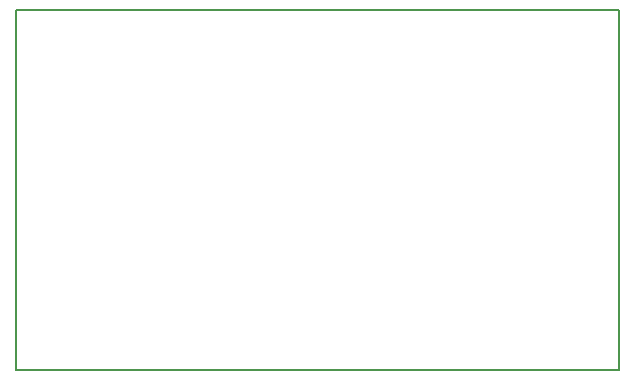
<source format=gm1>
G04 MADE WITH FRITZING*
G04 WWW.FRITZING.ORG*
G04 DOUBLE SIDED*
G04 HOLES PLATED*
G04 CONTOUR ON CENTER OF CONTOUR VECTOR*
%ASAXBY*%
%FSLAX23Y23*%
%MOIN*%
%OFA0B0*%
%SFA1.0B1.0*%
%ADD10C,0.008*%
%LNCONTOUR*%
G90*
G70*
G54D10*
X0Y1200D02*
X0Y1199D01*
X0Y1D01*
X1Y1D01*
X2Y1D01*
X3Y1D01*
X4Y1D01*
X5Y1D01*
X6Y1D01*
X7Y1D01*
X8Y1D01*
X9Y1D01*
X10Y1D01*
X11Y1D01*
X12Y1D01*
X13Y1D01*
X14Y1D01*
X15Y1D01*
X16Y1D01*
X17Y1D01*
X18Y1D01*
X19Y1D01*
X20Y1D01*
X21Y1D01*
X22Y1D01*
X23Y1D01*
X24Y1D01*
X25Y1D01*
X26Y1D01*
X27Y1D01*
X28Y1D01*
X29Y1D01*
X30Y1D01*
X31Y1D01*
X32Y1D01*
X33Y1D01*
X34Y1D01*
X35Y1D01*
X36Y1D01*
X37Y1D01*
X38Y1D01*
X39Y1D01*
X40Y1D01*
X41Y1D01*
X42Y1D01*
X43Y1D01*
X44Y1D01*
X45Y1D01*
X46Y1D01*
X47Y1D01*
X48Y1D01*
X49Y1D01*
X50Y1D01*
X51Y1D01*
X52Y1D01*
X53Y1D01*
X54Y1D01*
X55Y1D01*
X56Y1D01*
X57Y1D01*
X58Y1D01*
X59Y1D01*
X60Y1D01*
X61Y1D01*
X62Y1D01*
X63Y1D01*
X64Y1D01*
X65Y1D01*
X66Y1D01*
X67Y1D01*
X68Y1D01*
X69Y1D01*
X70Y1D01*
X71Y1D01*
X72Y1D01*
X73Y1D01*
X74Y1D01*
X75Y1D01*
X76Y1D01*
X77Y1D01*
X78Y1D01*
X79Y1D01*
X80Y1D01*
X81Y1D01*
X82Y1D01*
X83Y1D01*
X84Y1D01*
X85Y1D01*
X86Y1D01*
X87Y1D01*
X88Y1D01*
X89Y1D01*
X90Y1D01*
X91Y1D01*
X92Y1D01*
X93Y1D01*
X94Y1D01*
X95Y1D01*
X96Y1D01*
X97Y1D01*
X98Y1D01*
X99Y1D01*
X100Y1D01*
X101Y1D01*
X102Y1D01*
X103Y1D01*
X104Y1D01*
X105Y1D01*
X106Y1D01*
X107Y1D01*
X108Y1D01*
X109Y1D01*
X110Y1D01*
X111Y1D01*
X112Y1D01*
X113Y1D01*
X114Y1D01*
X115Y1D01*
X116Y1D01*
X117Y1D01*
X118Y1D01*
X119Y1D01*
X120Y1D01*
X121Y1D01*
X122Y1D01*
X123Y1D01*
X124Y1D01*
X125Y1D01*
X126Y1D01*
X127Y1D01*
X128Y1D01*
X129Y1D01*
X130Y1D01*
X131Y1D01*
X132Y1D01*
X133Y1D01*
X134Y1D01*
X135Y1D01*
X136Y1D01*
X137Y1D01*
X138Y1D01*
X139Y1D01*
X140Y1D01*
X141Y1D01*
X142Y1D01*
X143Y1D01*
X144Y1D01*
X145Y1D01*
X146Y1D01*
X147Y1D01*
X148Y1D01*
X149Y1D01*
X150Y1D01*
X151Y1D01*
X152Y1D01*
X153Y1D01*
X154Y1D01*
X155Y1D01*
X156Y1D01*
X157Y1D01*
X158Y1D01*
X159Y1D01*
X160Y1D01*
X161Y1D01*
X162Y1D01*
X163Y1D01*
X164Y1D01*
X165Y1D01*
X166Y1D01*
X167Y1D01*
X168Y1D01*
X169Y1D01*
X170Y1D01*
X171Y1D01*
X172Y1D01*
X173Y1D01*
X174Y1D01*
X175Y1D01*
X176Y1D01*
X177Y1D01*
X178Y1D01*
X179Y1D01*
X180Y1D01*
X181Y1D01*
X182Y1D01*
X183Y1D01*
X184Y1D01*
X185Y1D01*
X186Y1D01*
X187Y1D01*
X188Y1D01*
X189Y1D01*
X190Y1D01*
X191Y1D01*
X192Y1D01*
X193Y1D01*
X194Y1D01*
X195Y1D01*
X196Y1D01*
X197Y1D01*
X198Y1D01*
X199Y1D01*
X200Y1D01*
X201Y1D01*
X202Y1D01*
X203Y1D01*
X204Y1D01*
X205Y1D01*
X206Y1D01*
X207Y1D01*
X208Y1D01*
X209Y1D01*
X210Y1D01*
X211Y1D01*
X212Y1D01*
X213Y1D01*
X214Y1D01*
X215Y1D01*
X216Y1D01*
X217Y1D01*
X218Y1D01*
X219Y1D01*
X220Y1D01*
X221Y1D01*
X222Y1D01*
X223Y1D01*
X224Y1D01*
X225Y1D01*
X226Y1D01*
X227Y1D01*
X228Y1D01*
X229Y1D01*
X230Y1D01*
X231Y1D01*
X232Y1D01*
X233Y1D01*
X234Y1D01*
X235Y1D01*
X236Y1D01*
X237Y1D01*
X238Y1D01*
X239Y1D01*
X240Y1D01*
X241Y1D01*
X242Y1D01*
X243Y1D01*
X244Y1D01*
X245Y1D01*
X246Y1D01*
X247Y1D01*
X248Y1D01*
X249Y1D01*
X250Y1D01*
X251Y1D01*
X252Y1D01*
X253Y1D01*
X254Y1D01*
X255Y1D01*
X256Y1D01*
X257Y1D01*
X258Y1D01*
X259Y1D01*
X260Y1D01*
X261Y1D01*
X262Y1D01*
X263Y1D01*
X264Y1D01*
X265Y1D01*
X266Y1D01*
X267Y1D01*
X268Y1D01*
X269Y1D01*
X270Y1D01*
X271Y1D01*
X272Y1D01*
X273Y1D01*
X274Y1D01*
X275Y1D01*
X276Y1D01*
X277Y1D01*
X278Y1D01*
X279Y1D01*
X280Y1D01*
X281Y1D01*
X282Y1D01*
X283Y1D01*
X284Y1D01*
X285Y1D01*
X286Y1D01*
X287Y1D01*
X288Y1D01*
X289Y1D01*
X290Y1D01*
X291Y1D01*
X292Y1D01*
X293Y1D01*
X294Y1D01*
X295Y1D01*
X296Y1D01*
X297Y1D01*
X298Y1D01*
X299Y1D01*
X300Y1D01*
X301Y1D01*
X302Y1D01*
X303Y1D01*
X304Y1D01*
X305Y1D01*
X306Y1D01*
X307Y1D01*
X308Y1D01*
X309Y1D01*
X310Y1D01*
X311Y1D01*
X312Y1D01*
X313Y1D01*
X314Y1D01*
X315Y1D01*
X316Y1D01*
X317Y1D01*
X318Y1D01*
X319Y1D01*
X320Y1D01*
X321Y1D01*
X322Y1D01*
X323Y1D01*
X324Y1D01*
X325Y1D01*
X326Y1D01*
X327Y1D01*
X328Y1D01*
X329Y1D01*
X330Y1D01*
X331Y1D01*
X332Y1D01*
X333Y1D01*
X334Y1D01*
X335Y1D01*
X336Y1D01*
X337Y1D01*
X338Y1D01*
X339Y1D01*
X340Y1D01*
X341Y1D01*
X342Y1D01*
X343Y1D01*
X344Y1D01*
X345Y1D01*
X346Y1D01*
X347Y1D01*
X348Y1D01*
X349Y1D01*
X350Y1D01*
X351Y1D01*
X352Y1D01*
X353Y1D01*
X354Y1D01*
X355Y1D01*
X356Y1D01*
X357Y1D01*
X358Y1D01*
X359Y1D01*
X360Y1D01*
X361Y1D01*
X362Y1D01*
X363Y1D01*
X364Y1D01*
X365Y1D01*
X366Y1D01*
X367Y1D01*
X368Y1D01*
X369Y1D01*
X370Y1D01*
X371Y1D01*
X372Y1D01*
X373Y1D01*
X374Y1D01*
X375Y1D01*
X376Y1D01*
X377Y1D01*
X378Y1D01*
X379Y1D01*
X380Y1D01*
X381Y1D01*
X382Y1D01*
X383Y1D01*
X384Y1D01*
X385Y1D01*
X386Y1D01*
X387Y1D01*
X388Y1D01*
X389Y1D01*
X390Y1D01*
X391Y1D01*
X392Y1D01*
X393Y1D01*
X394Y1D01*
X395Y1D01*
X396Y1D01*
X397Y1D01*
X398Y1D01*
X399Y1D01*
X400Y1D01*
X401Y1D01*
X402Y1D01*
X403Y1D01*
X404Y1D01*
X405Y1D01*
X406Y1D01*
X407Y1D01*
X408Y1D01*
X409Y1D01*
X410Y1D01*
X411Y1D01*
X412Y1D01*
X413Y1D01*
X414Y1D01*
X415Y1D01*
X416Y1D01*
X417Y1D01*
X418Y1D01*
X419Y1D01*
X420Y1D01*
X421Y1D01*
X422Y1D01*
X423Y1D01*
X424Y1D01*
X425Y1D01*
X426Y1D01*
X427Y1D01*
X428Y1D01*
X429Y1D01*
X430Y1D01*
X431Y1D01*
X432Y1D01*
X433Y1D01*
X434Y1D01*
X435Y1D01*
X436Y1D01*
X437Y1D01*
X438Y1D01*
X439Y1D01*
X440Y1D01*
X441Y1D01*
X442Y1D01*
X443Y1D01*
X444Y1D01*
X445Y1D01*
X446Y1D01*
X447Y1D01*
X448Y1D01*
X449Y1D01*
X450Y1D01*
X451Y1D01*
X452Y1D01*
X453Y1D01*
X454Y1D01*
X455Y1D01*
X456Y1D01*
X457Y1D01*
X458Y1D01*
X459Y1D01*
X460Y1D01*
X461Y1D01*
X462Y1D01*
X463Y1D01*
X464Y1D01*
X465Y1D01*
X466Y1D01*
X467Y1D01*
X468Y1D01*
X469Y1D01*
X470Y1D01*
X471Y1D01*
X472Y1D01*
X473Y1D01*
X474Y1D01*
X475Y1D01*
X476Y1D01*
X477Y1D01*
X478Y1D01*
X479Y1D01*
X480Y1D01*
X481Y1D01*
X482Y1D01*
X483Y1D01*
X484Y1D01*
X485Y1D01*
X486Y1D01*
X487Y1D01*
X488Y1D01*
X489Y1D01*
X490Y1D01*
X491Y1D01*
X492Y1D01*
X493Y1D01*
X494Y1D01*
X495Y1D01*
X496Y1D01*
X497Y1D01*
X498Y1D01*
X499Y1D01*
X500Y1D01*
X501Y1D01*
X502Y1D01*
X503Y1D01*
X504Y1D01*
X505Y1D01*
X506Y1D01*
X507Y1D01*
X508Y1D01*
X509Y1D01*
X510Y1D01*
X511Y1D01*
X512Y1D01*
X513Y1D01*
X514Y1D01*
X515Y1D01*
X516Y1D01*
X517Y1D01*
X518Y1D01*
X519Y1D01*
X520Y1D01*
X521Y1D01*
X522Y1D01*
X523Y1D01*
X524Y1D01*
X525Y1D01*
X526Y1D01*
X527Y1D01*
X528Y1D01*
X529Y1D01*
X530Y1D01*
X531Y1D01*
X532Y1D01*
X533Y1D01*
X534Y1D01*
X535Y1D01*
X536Y1D01*
X537Y1D01*
X538Y1D01*
X539Y1D01*
X540Y1D01*
X541Y1D01*
X542Y1D01*
X543Y1D01*
X544Y1D01*
X545Y1D01*
X546Y1D01*
X547Y1D01*
X548Y1D01*
X549Y1D01*
X550Y1D01*
X551Y1D01*
X552Y1D01*
X553Y1D01*
X554Y1D01*
X555Y1D01*
X556Y1D01*
X557Y1D01*
X558Y1D01*
X559Y1D01*
X560Y1D01*
X561Y1D01*
X562Y1D01*
X563Y1D01*
X564Y1D01*
X565Y1D01*
X566Y1D01*
X567Y1D01*
X568Y1D01*
X569Y1D01*
X570Y1D01*
X571Y1D01*
X572Y1D01*
X573Y1D01*
X574Y1D01*
X575Y1D01*
X576Y1D01*
X577Y1D01*
X578Y1D01*
X579Y1D01*
X580Y1D01*
X581Y1D01*
X582Y1D01*
X583Y1D01*
X584Y1D01*
X585Y1D01*
X586Y1D01*
X587Y1D01*
X588Y1D01*
X589Y1D01*
X590Y1D01*
X591Y1D01*
X592Y1D01*
X593Y1D01*
X594Y1D01*
X595Y1D01*
X596Y1D01*
X597Y1D01*
X598Y1D01*
X599Y1D01*
X600Y1D01*
X601Y1D01*
X602Y1D01*
X603Y1D01*
X604Y1D01*
X605Y1D01*
X606Y1D01*
X607Y1D01*
X608Y1D01*
X609Y1D01*
X610Y1D01*
X611Y1D01*
X612Y1D01*
X613Y1D01*
X614Y1D01*
X615Y1D01*
X616Y1D01*
X617Y1D01*
X618Y1D01*
X619Y1D01*
X620Y1D01*
X621Y1D01*
X622Y1D01*
X623Y1D01*
X624Y1D01*
X625Y1D01*
X626Y1D01*
X627Y1D01*
X628Y1D01*
X629Y1D01*
X630Y1D01*
X631Y1D01*
X632Y1D01*
X633Y1D01*
X634Y1D01*
X635Y1D01*
X636Y1D01*
X637Y1D01*
X638Y1D01*
X639Y1D01*
X640Y1D01*
X641Y1D01*
X642Y1D01*
X643Y1D01*
X644Y1D01*
X645Y1D01*
X646Y1D01*
X647Y1D01*
X648Y1D01*
X649Y1D01*
X650Y1D01*
X651Y1D01*
X652Y1D01*
X653Y1D01*
X654Y1D01*
X655Y1D01*
X656Y1D01*
X657Y1D01*
X658Y1D01*
X659Y1D01*
X660Y1D01*
X661Y1D01*
X662Y1D01*
X663Y1D01*
X664Y1D01*
X665Y1D01*
X666Y1D01*
X667Y1D01*
X668Y1D01*
X669Y1D01*
X670Y1D01*
X671Y1D01*
X672Y1D01*
X673Y1D01*
X674Y1D01*
X675Y1D01*
X676Y1D01*
X677Y1D01*
X678Y1D01*
X679Y1D01*
X680Y1D01*
X681Y1D01*
X682Y1D01*
X683Y1D01*
X684Y1D01*
X685Y1D01*
X686Y1D01*
X687Y1D01*
X688Y1D01*
X689Y1D01*
X690Y1D01*
X691Y1D01*
X692Y1D01*
X693Y1D01*
X694Y1D01*
X695Y1D01*
X696Y1D01*
X697Y1D01*
X698Y1D01*
X699Y1D01*
X700Y1D01*
X701Y1D01*
X702Y1D01*
X703Y1D01*
X704Y1D01*
X705Y1D01*
X706Y1D01*
X707Y1D01*
X708Y1D01*
X709Y1D01*
X710Y1D01*
X711Y1D01*
X712Y1D01*
X713Y1D01*
X714Y1D01*
X715Y1D01*
X716Y1D01*
X717Y1D01*
X718Y1D01*
X719Y1D01*
X720Y1D01*
X721Y1D01*
X722Y1D01*
X723Y1D01*
X724Y1D01*
X725Y1D01*
X726Y1D01*
X727Y1D01*
X728Y1D01*
X729Y1D01*
X730Y1D01*
X731Y1D01*
X732Y1D01*
X733Y1D01*
X734Y1D01*
X735Y1D01*
X736Y1D01*
X737Y1D01*
X738Y1D01*
X739Y1D01*
X740Y1D01*
X741Y1D01*
X742Y1D01*
X743Y1D01*
X744Y1D01*
X745Y1D01*
X746Y1D01*
X747Y1D01*
X748Y1D01*
X749Y1D01*
X750Y1D01*
X751Y1D01*
X752Y1D01*
X753Y1D01*
X754Y1D01*
X755Y1D01*
X756Y1D01*
X757Y1D01*
X758Y1D01*
X759Y1D01*
X760Y1D01*
X761Y1D01*
X762Y1D01*
X763Y1D01*
X764Y1D01*
X765Y1D01*
X766Y1D01*
X767Y1D01*
X768Y1D01*
X769Y1D01*
X770Y1D01*
X771Y1D01*
X772Y1D01*
X773Y1D01*
X774Y1D01*
X775Y1D01*
X776Y1D01*
X777Y1D01*
X778Y1D01*
X779Y1D01*
X780Y1D01*
X781Y1D01*
X782Y1D01*
X783Y1D01*
X784Y1D01*
X785Y1D01*
X786Y1D01*
X787Y1D01*
X788Y1D01*
X789Y1D01*
X790Y1D01*
X791Y1D01*
X792Y1D01*
X793Y1D01*
X794Y1D01*
X795Y1D01*
X796Y1D01*
X797Y1D01*
X798Y1D01*
X799Y1D01*
X800Y1D01*
X801Y1D01*
X802Y1D01*
X803Y1D01*
X804Y1D01*
X805Y1D01*
X806Y1D01*
X807Y1D01*
X808Y1D01*
X809Y1D01*
X810Y1D01*
X811Y1D01*
X812Y1D01*
X813Y1D01*
X814Y1D01*
X815Y1D01*
X816Y1D01*
X817Y1D01*
X818Y1D01*
X819Y1D01*
X820Y1D01*
X821Y1D01*
X822Y1D01*
X823Y1D01*
X824Y1D01*
X825Y1D01*
X826Y1D01*
X827Y1D01*
X828Y1D01*
X829Y1D01*
X830Y1D01*
X831Y1D01*
X832Y1D01*
X833Y1D01*
X834Y1D01*
X835Y1D01*
X836Y1D01*
X837Y1D01*
X838Y1D01*
X839Y1D01*
X840Y1D01*
X841Y1D01*
X842Y1D01*
X843Y1D01*
X844Y1D01*
X845Y1D01*
X846Y1D01*
X847Y1D01*
X848Y1D01*
X849Y1D01*
X850Y1D01*
X851Y1D01*
X852Y1D01*
X853Y1D01*
X854Y1D01*
X855Y1D01*
X856Y1D01*
X857Y1D01*
X858Y1D01*
X859Y1D01*
X860Y1D01*
X861Y1D01*
X862Y1D01*
X863Y1D01*
X864Y1D01*
X865Y1D01*
X866Y1D01*
X867Y1D01*
X868Y1D01*
X869Y1D01*
X870Y1D01*
X871Y1D01*
X872Y1D01*
X873Y1D01*
X874Y1D01*
X875Y1D01*
X876Y1D01*
X877Y1D01*
X878Y1D01*
X879Y1D01*
X880Y1D01*
X881Y1D01*
X882Y1D01*
X883Y1D01*
X884Y1D01*
X885Y1D01*
X886Y1D01*
X887Y1D01*
X888Y1D01*
X889Y1D01*
X890Y1D01*
X891Y1D01*
X892Y1D01*
X893Y1D01*
X894Y1D01*
X895Y1D01*
X896Y1D01*
X897Y1D01*
X898Y1D01*
X899Y1D01*
X900Y1D01*
X901Y1D01*
X902Y1D01*
X903Y1D01*
X904Y1D01*
X905Y1D01*
X906Y1D01*
X907Y1D01*
X908Y1D01*
X909Y1D01*
X910Y1D01*
X911Y1D01*
X912Y1D01*
X913Y1D01*
X914Y1D01*
X915Y1D01*
X916Y1D01*
X917Y1D01*
X918Y1D01*
X919Y1D01*
X920Y1D01*
X921Y1D01*
X922Y1D01*
X923Y1D01*
X924Y1D01*
X925Y1D01*
X926Y1D01*
X927Y1D01*
X928Y1D01*
X929Y1D01*
X930Y1D01*
X931Y1D01*
X932Y1D01*
X933Y1D01*
X934Y1D01*
X935Y1D01*
X936Y1D01*
X937Y1D01*
X938Y1D01*
X939Y1D01*
X940Y1D01*
X941Y1D01*
X942Y1D01*
X943Y1D01*
X944Y1D01*
X945Y1D01*
X946Y1D01*
X947Y1D01*
X948Y1D01*
X949Y1D01*
X950Y1D01*
X951Y1D01*
X952Y1D01*
X953Y1D01*
X954Y1D01*
X955Y1D01*
X956Y1D01*
X957Y1D01*
X958Y1D01*
X959Y1D01*
X960Y1D01*
X961Y1D01*
X962Y1D01*
X963Y1D01*
X964Y1D01*
X965Y1D01*
X966Y1D01*
X967Y1D01*
X968Y1D01*
X969Y1D01*
X970Y1D01*
X971Y1D01*
X972Y1D01*
X973Y1D01*
X974Y1D01*
X975Y1D01*
X976Y1D01*
X977Y1D01*
X978Y1D01*
X979Y1D01*
X980Y1D01*
X981Y1D01*
X982Y1D01*
X983Y1D01*
X984Y1D01*
X985Y1D01*
X986Y1D01*
X987Y1D01*
X988Y1D01*
X989Y1D01*
X990Y1D01*
X991Y1D01*
X992Y1D01*
X993Y1D01*
X994Y1D01*
X995Y1D01*
X996Y1D01*
X997Y1D01*
X998Y1D01*
X999Y1D01*
X1000Y1D01*
X1001Y1D01*
X1002Y1D01*
X1003Y1D01*
X1004Y1D01*
X1005Y1D01*
X1006Y1D01*
X1007Y1D01*
X1008Y1D01*
X1009Y1D01*
X1010Y1D01*
X1011Y1D01*
X1012Y1D01*
X1013Y1D01*
X1014Y1D01*
X1015Y1D01*
X1016Y1D01*
X1017Y1D01*
X1018Y1D01*
X1019Y1D01*
X1020Y1D01*
X1021Y1D01*
X1022Y1D01*
X1023Y1D01*
X1024Y1D01*
X1025Y1D01*
X1026Y1D01*
X1027Y1D01*
X1028Y1D01*
X1029Y1D01*
X1030Y1D01*
X1031Y1D01*
X1032Y1D01*
X1033Y1D01*
X1034Y1D01*
X1035Y1D01*
X1036Y1D01*
X1037Y1D01*
X1038Y1D01*
X1039Y1D01*
X1040Y1D01*
X1041Y1D01*
X1042Y1D01*
X1043Y1D01*
X1044Y1D01*
X1045Y1D01*
X1046Y1D01*
X1047Y1D01*
X1048Y1D01*
X1049Y1D01*
X1050Y1D01*
X1051Y1D01*
X1052Y1D01*
X1053Y1D01*
X1054Y1D01*
X1055Y1D01*
X1056Y1D01*
X1057Y1D01*
X1058Y1D01*
X1059Y1D01*
X1060Y1D01*
X1061Y1D01*
X1062Y1D01*
X1063Y1D01*
X1064Y1D01*
X1065Y1D01*
X1066Y1D01*
X1067Y1D01*
X1068Y1D01*
X1069Y1D01*
X1070Y1D01*
X1071Y1D01*
X1072Y1D01*
X1073Y1D01*
X1074Y1D01*
X1075Y1D01*
X1076Y1D01*
X1077Y1D01*
X1078Y1D01*
X1079Y1D01*
X1080Y1D01*
X1081Y1D01*
X1082Y1D01*
X1083Y1D01*
X1084Y1D01*
X1085Y1D01*
X1086Y1D01*
X1087Y1D01*
X1088Y1D01*
X1089Y1D01*
X1090Y1D01*
X1091Y1D01*
X1092Y1D01*
X1093Y1D01*
X1094Y1D01*
X1095Y1D01*
X1096Y1D01*
X1097Y1D01*
X1098Y1D01*
X1099Y1D01*
X1100Y1D01*
X1101Y1D01*
X1102Y1D01*
X1103Y1D01*
X1104Y1D01*
X1105Y1D01*
X1106Y1D01*
X1107Y1D01*
X1108Y1D01*
X1109Y1D01*
X1110Y1D01*
X1111Y1D01*
X1112Y1D01*
X1113Y1D01*
X1114Y1D01*
X1115Y1D01*
X1116Y1D01*
X1117Y1D01*
X1118Y1D01*
X1119Y1D01*
X1120Y1D01*
X1121Y1D01*
X1122Y1D01*
X1123Y1D01*
X1124Y1D01*
X1125Y1D01*
X1126Y1D01*
X1127Y1D01*
X1128Y1D01*
X1129Y1D01*
X1130Y1D01*
X1131Y1D01*
X1132Y1D01*
X1133Y1D01*
X1134Y1D01*
X1135Y1D01*
X1136Y1D01*
X1137Y1D01*
X1138Y1D01*
X1139Y1D01*
X1140Y1D01*
X1141Y1D01*
X1142Y1D01*
X1143Y1D01*
X1144Y1D01*
X1145Y1D01*
X1146Y1D01*
X1147Y1D01*
X1148Y1D01*
X1149Y1D01*
X1150Y1D01*
X1151Y1D01*
X1152Y1D01*
X1153Y1D01*
X1154Y1D01*
X1155Y1D01*
X1156Y1D01*
X1157Y1D01*
X1158Y1D01*
X1159Y1D01*
X1160Y1D01*
X1161Y1D01*
X1162Y1D01*
X1163Y1D01*
X1164Y1D01*
X1165Y1D01*
X1166Y1D01*
X1167Y1D01*
X1168Y1D01*
X1169Y1D01*
X1170Y1D01*
X1171Y1D01*
X1172Y1D01*
X1173Y1D01*
X1174Y1D01*
X1175Y1D01*
X1176Y1D01*
X1177Y1D01*
X1178Y1D01*
X1179Y1D01*
X1180Y1D01*
X1181Y1D01*
X1182Y1D01*
X1183Y1D01*
X1184Y1D01*
X1185Y1D01*
X1186Y1D01*
X1187Y1D01*
X1188Y1D01*
X1189Y1D01*
X1190Y1D01*
X1191Y1D01*
X1192Y1D01*
X1193Y1D01*
X1194Y1D01*
X1195Y1D01*
X1196Y1D01*
X1197Y1D01*
X1198Y1D01*
X1199Y1D01*
X1200Y1D01*
X1201Y1D01*
X1202Y1D01*
X1203Y1D01*
X1204Y1D01*
X1205Y1D01*
X1206Y1D01*
X1207Y1D01*
X1208Y1D01*
X1209Y1D01*
X1210Y1D01*
X1211Y1D01*
X1212Y1D01*
X1213Y1D01*
X1214Y1D01*
X1215Y1D01*
X1216Y1D01*
X1217Y1D01*
X1218Y1D01*
X1219Y1D01*
X1220Y1D01*
X1221Y1D01*
X1222Y1D01*
X1223Y1D01*
X1224Y1D01*
X1225Y1D01*
X1226Y1D01*
X1227Y1D01*
X1228Y1D01*
X1229Y1D01*
X1230Y1D01*
X1231Y1D01*
X1232Y1D01*
X1233Y1D01*
X1234Y1D01*
X1235Y1D01*
X1236Y1D01*
X1237Y1D01*
X1238Y1D01*
X1239Y1D01*
X1240Y1D01*
X1241Y1D01*
X1242Y1D01*
X1243Y1D01*
X1244Y1D01*
X1245Y1D01*
X1246Y1D01*
X1247Y1D01*
X1248Y1D01*
X1249Y1D01*
X1250Y1D01*
X1251Y1D01*
X1252Y1D01*
X1253Y1D01*
X1254Y1D01*
X1255Y1D01*
X1256Y1D01*
X1257Y1D01*
X1258Y1D01*
X1259Y1D01*
X1260Y1D01*
X1261Y1D01*
X1262Y1D01*
X1263Y1D01*
X1264Y1D01*
X1265Y1D01*
X1266Y1D01*
X1267Y1D01*
X1268Y1D01*
X1269Y1D01*
X1270Y1D01*
X1271Y1D01*
X1272Y1D01*
X1273Y1D01*
X1274Y1D01*
X1275Y1D01*
X1276Y1D01*
X1277Y1D01*
X1278Y1D01*
X1279Y1D01*
X1280Y1D01*
X1281Y1D01*
X1282Y1D01*
X1283Y1D01*
X1284Y1D01*
X1285Y1D01*
X1286Y1D01*
X1287Y1D01*
X1288Y1D01*
X1289Y1D01*
X1290Y1D01*
X1291Y1D01*
X1292Y1D01*
X1293Y1D01*
X1294Y1D01*
X1295Y1D01*
X1296Y1D01*
X1297Y1D01*
X1298Y1D01*
X1299Y1D01*
X1300Y1D01*
X1301Y1D01*
X1302Y1D01*
X1303Y1D01*
X1304Y1D01*
X1305Y1D01*
X1306Y1D01*
X1307Y1D01*
X1308Y1D01*
X1309Y1D01*
X1310Y1D01*
X1311Y1D01*
X1312Y1D01*
X1313Y1D01*
X1314Y1D01*
X1315Y1D01*
X1316Y1D01*
X1317Y1D01*
X1318Y1D01*
X1319Y1D01*
X1320Y1D01*
X1321Y1D01*
X1322Y1D01*
X1323Y1D01*
X1324Y1D01*
X1325Y1D01*
X1326Y1D01*
X1327Y1D01*
X1328Y1D01*
X1329Y1D01*
X1330Y1D01*
X1331Y1D01*
X1332Y1D01*
X1333Y1D01*
X1334Y1D01*
X1335Y1D01*
X1336Y1D01*
X1337Y1D01*
X1338Y1D01*
X1339Y1D01*
X1340Y1D01*
X1341Y1D01*
X1342Y1D01*
X1343Y1D01*
X1344Y1D01*
X1345Y1D01*
X1346Y1D01*
X1347Y1D01*
X1348Y1D01*
X1349Y1D01*
X1350Y1D01*
X1351Y1D01*
X1352Y1D01*
X1353Y1D01*
X1354Y1D01*
X1355Y1D01*
X1356Y1D01*
X1357Y1D01*
X1358Y1D01*
X1359Y1D01*
X1360Y1D01*
X1361Y1D01*
X1362Y1D01*
X1363Y1D01*
X1364Y1D01*
X1365Y1D01*
X1366Y1D01*
X1367Y1D01*
X1368Y1D01*
X1369Y1D01*
X1370Y1D01*
X1371Y1D01*
X1372Y1D01*
X1373Y1D01*
X1374Y1D01*
X1375Y1D01*
X1376Y1D01*
X1377Y1D01*
X1378Y1D01*
X1379Y1D01*
X1380Y1D01*
X1381Y1D01*
X1382Y1D01*
X1383Y1D01*
X1384Y1D01*
X1385Y1D01*
X1386Y1D01*
X1387Y1D01*
X1388Y1D01*
X1389Y1D01*
X1390Y1D01*
X1391Y1D01*
X1392Y1D01*
X1393Y1D01*
X1394Y1D01*
X1395Y1D01*
X1396Y1D01*
X1397Y1D01*
X1398Y1D01*
X1399Y1D01*
X1400Y1D01*
X1401Y1D01*
X1402Y1D01*
X1403Y1D01*
X1404Y1D01*
X1405Y1D01*
X1406Y1D01*
X1407Y1D01*
X1408Y1D01*
X1409Y1D01*
X1410Y1D01*
X1411Y1D01*
X1412Y1D01*
X1413Y1D01*
X1414Y1D01*
X1415Y1D01*
X1416Y1D01*
X1417Y1D01*
X1418Y1D01*
X1419Y1D01*
X1420Y1D01*
X1421Y1D01*
X1422Y1D01*
X1423Y1D01*
X1424Y1D01*
X1425Y1D01*
X1426Y1D01*
X1427Y1D01*
X1428Y1D01*
X1429Y1D01*
X1430Y1D01*
X1431Y1D01*
X1432Y1D01*
X1433Y1D01*
X1434Y1D01*
X1435Y1D01*
X1436Y1D01*
X1437Y1D01*
X1438Y1D01*
X1439Y1D01*
X1440Y1D01*
X1441Y1D01*
X1442Y1D01*
X1443Y1D01*
X1444Y1D01*
X1445Y1D01*
X1446Y1D01*
X1447Y1D01*
X1448Y1D01*
X1449Y1D01*
X1450Y1D01*
X1451Y1D01*
X1452Y1D01*
X1453Y1D01*
X1454Y1D01*
X1455Y1D01*
X1456Y1D01*
X1457Y1D01*
X1458Y1D01*
X1459Y1D01*
X1460Y1D01*
X1461Y1D01*
X1462Y1D01*
X1463Y1D01*
X1464Y1D01*
X1465Y1D01*
X1466Y1D01*
X1467Y1D01*
X1468Y1D01*
X1469Y1D01*
X1470Y1D01*
X1471Y1D01*
X1472Y1D01*
X1473Y1D01*
X1474Y1D01*
X1475Y1D01*
X1476Y1D01*
X1477Y1D01*
X1478Y1D01*
X1479Y1D01*
X1480Y1D01*
X1481Y1D01*
X1482Y1D01*
X1483Y1D01*
X1484Y1D01*
X1485Y1D01*
X1486Y1D01*
X1487Y1D01*
X1488Y1D01*
X1489Y1D01*
X1490Y1D01*
X1491Y1D01*
X1492Y1D01*
X1493Y1D01*
X1494Y1D01*
X1495Y1D01*
X1496Y1D01*
X1497Y1D01*
X1498Y1D01*
X1499Y1D01*
X1500Y1D01*
X1501Y1D01*
X1502Y1D01*
X1503Y1D01*
X1504Y1D01*
X1505Y1D01*
X1506Y1D01*
X1507Y1D01*
X1508Y1D01*
X1509Y1D01*
X1510Y1D01*
X1511Y1D01*
X1512Y1D01*
X1513Y1D01*
X1514Y1D01*
X1515Y1D01*
X1516Y1D01*
X1517Y1D01*
X1518Y1D01*
X1519Y1D01*
X1520Y1D01*
X1521Y1D01*
X1522Y1D01*
X1523Y1D01*
X1524Y1D01*
X1525Y1D01*
X1526Y1D01*
X1527Y1D01*
X1528Y1D01*
X1529Y1D01*
X1530Y1D01*
X1531Y1D01*
X1532Y1D01*
X1533Y1D01*
X1534Y1D01*
X1535Y1D01*
X1536Y1D01*
X1537Y1D01*
X1538Y1D01*
X1539Y1D01*
X1540Y1D01*
X1541Y1D01*
X1542Y1D01*
X1543Y1D01*
X1544Y1D01*
X1545Y1D01*
X1546Y1D01*
X1547Y1D01*
X1548Y1D01*
X1549Y1D01*
X1550Y1D01*
X1551Y1D01*
X1552Y1D01*
X1553Y1D01*
X1554Y1D01*
X1555Y1D01*
X1556Y1D01*
X1557Y1D01*
X1558Y1D01*
X1559Y1D01*
X1560Y1D01*
X1561Y1D01*
X1562Y1D01*
X1563Y1D01*
X1564Y1D01*
X1565Y1D01*
X1566Y1D01*
X1567Y1D01*
X1568Y1D01*
X1569Y1D01*
X1570Y1D01*
X1571Y1D01*
X1572Y1D01*
X1573Y1D01*
X1574Y1D01*
X1575Y1D01*
X1576Y1D01*
X1577Y1D01*
X1578Y1D01*
X1579Y1D01*
X1580Y1D01*
X1581Y1D01*
X1582Y1D01*
X1583Y1D01*
X1584Y1D01*
X1585Y1D01*
X1586Y1D01*
X1587Y1D01*
X1588Y1D01*
X1589Y1D01*
X1590Y1D01*
X1591Y1D01*
X1592Y1D01*
X1593Y1D01*
X1594Y1D01*
X1595Y1D01*
X1596Y1D01*
X1597Y1D01*
X1598Y1D01*
X1599Y1D01*
X1600Y1D01*
X1601Y1D01*
X1602Y1D01*
X1603Y1D01*
X1604Y1D01*
X1605Y1D01*
X1606Y1D01*
X1607Y1D01*
X1608Y1D01*
X1609Y1D01*
X1610Y1D01*
X1611Y1D01*
X1612Y1D01*
X1613Y1D01*
X1614Y1D01*
X1615Y1D01*
X1616Y1D01*
X1617Y1D01*
X1618Y1D01*
X1619Y1D01*
X1620Y1D01*
X1621Y1D01*
X1622Y1D01*
X1623Y1D01*
X1624Y1D01*
X1625Y1D01*
X1626Y1D01*
X1627Y1D01*
X1628Y1D01*
X1629Y1D01*
X1630Y1D01*
X1631Y1D01*
X1632Y1D01*
X1633Y1D01*
X1634Y1D01*
X1635Y1D01*
X1636Y1D01*
X1637Y1D01*
X1638Y1D01*
X1639Y1D01*
X1640Y1D01*
X1641Y1D01*
X1642Y1D01*
X1643Y1D01*
X1644Y1D01*
X1645Y1D01*
X1646Y1D01*
X1647Y1D01*
X1648Y1D01*
X1649Y1D01*
X1650Y1D01*
X1651Y1D01*
X1652Y1D01*
X1653Y1D01*
X1654Y1D01*
X1655Y1D01*
X1656Y1D01*
X1657Y1D01*
X1658Y1D01*
X1659Y1D01*
X1660Y1D01*
X1661Y1D01*
X1662Y1D01*
X1663Y1D01*
X1664Y1D01*
X1665Y1D01*
X1666Y1D01*
X1667Y1D01*
X1668Y1D01*
X1669Y1D01*
X1670Y1D01*
X1671Y1D01*
X1672Y1D01*
X1673Y1D01*
X1674Y1D01*
X1675Y1D01*
X1676Y1D01*
X1677Y1D01*
X1678Y1D01*
X1679Y1D01*
X1680Y1D01*
X1681Y1D01*
X1682Y1D01*
X1683Y1D01*
X1684Y1D01*
X1685Y1D01*
X1686Y1D01*
X1687Y1D01*
X1688Y1D01*
X1689Y1D01*
X1690Y1D01*
X1691Y1D01*
X1692Y1D01*
X1693Y1D01*
X1694Y1D01*
X1695Y1D01*
X1696Y1D01*
X1697Y1D01*
X1698Y1D01*
X1699Y1D01*
X1700Y1D01*
X1701Y1D01*
X1702Y1D01*
X1703Y1D01*
X1704Y1D01*
X1705Y1D01*
X1706Y1D01*
X1707Y1D01*
X1708Y1D01*
X1709Y1D01*
X1710Y1D01*
X1711Y1D01*
X1712Y1D01*
X1713Y1D01*
X1714Y1D01*
X1715Y1D01*
X1716Y1D01*
X1717Y1D01*
X1718Y1D01*
X1719Y1D01*
X1720Y1D01*
X1721Y1D01*
X1722Y1D01*
X1723Y1D01*
X1724Y1D01*
X1725Y1D01*
X1726Y1D01*
X1727Y1D01*
X1728Y1D01*
X1729Y1D01*
X1730Y1D01*
X1731Y1D01*
X1732Y1D01*
X1733Y1D01*
X1734Y1D01*
X1735Y1D01*
X1736Y1D01*
X1737Y1D01*
X1738Y1D01*
X1739Y1D01*
X1740Y1D01*
X1741Y1D01*
X1742Y1D01*
X1743Y1D01*
X1744Y1D01*
X1745Y1D01*
X1746Y1D01*
X1747Y1D01*
X1748Y1D01*
X1749Y1D01*
X1750Y1D01*
X1751Y1D01*
X1752Y1D01*
X1753Y1D01*
X1754Y1D01*
X1755Y1D01*
X1756Y1D01*
X1757Y1D01*
X1758Y1D01*
X1759Y1D01*
X1760Y1D01*
X1761Y1D01*
X1762Y1D01*
X1763Y1D01*
X1764Y1D01*
X1765Y1D01*
X1766Y1D01*
X1767Y1D01*
X1768Y1D01*
X1769Y1D01*
X1770Y1D01*
X1771Y1D01*
X1772Y1D01*
X1773Y1D01*
X1774Y1D01*
X1775Y1D01*
X1776Y1D01*
X1777Y1D01*
X1778Y1D01*
X1779Y1D01*
X1780Y1D01*
X1781Y1D01*
X1782Y1D01*
X1783Y1D01*
X1784Y1D01*
X1785Y1D01*
X1786Y1D01*
X1787Y1D01*
X1788Y1D01*
X1789Y1D01*
X1790Y1D01*
X1791Y1D01*
X1792Y1D01*
X1793Y1D01*
X1794Y1D01*
X1795Y1D01*
X1796Y1D01*
X1797Y1D01*
X1798Y1D01*
X1799Y1D01*
X1800Y1D01*
X1801Y1D01*
X1802Y1D01*
X1803Y1D01*
X1804Y1D01*
X1805Y1D01*
X1806Y1D01*
X1807Y1D01*
X1808Y1D01*
X1809Y1D01*
X1810Y1D01*
X1811Y1D01*
X1812Y1D01*
X1813Y1D01*
X1814Y1D01*
X1815Y1D01*
X1816Y1D01*
X1817Y1D01*
X1818Y1D01*
X1819Y1D01*
X1820Y1D01*
X1821Y1D01*
X1822Y1D01*
X1823Y1D01*
X1824Y1D01*
X1825Y1D01*
X1826Y1D01*
X1827Y1D01*
X1828Y1D01*
X1829Y1D01*
X1830Y1D01*
X1831Y1D01*
X1832Y1D01*
X1833Y1D01*
X1834Y1D01*
X1835Y1D01*
X1836Y1D01*
X1837Y1D01*
X1838Y1D01*
X1839Y1D01*
X1840Y1D01*
X1841Y1D01*
X1842Y1D01*
X1843Y1D01*
X1844Y1D01*
X1845Y1D01*
X1846Y1D01*
X1847Y1D01*
X1848Y1D01*
X1849Y1D01*
X1850Y1D01*
X1851Y1D01*
X1852Y1D01*
X1853Y1D01*
X1854Y1D01*
X1855Y1D01*
X1856Y1D01*
X1857Y1D01*
X1858Y1D01*
X1859Y1D01*
X1860Y1D01*
X1861Y1D01*
X1862Y1D01*
X1863Y1D01*
X1864Y1D01*
X1865Y1D01*
X1866Y1D01*
X1867Y1D01*
X1868Y1D01*
X1869Y1D01*
X1870Y1D01*
X1871Y1D01*
X1872Y1D01*
X1873Y1D01*
X1874Y1D01*
X1875Y1D01*
X1876Y1D01*
X1877Y1D01*
X1878Y1D01*
X1879Y1D01*
X1880Y1D01*
X1881Y1D01*
X1882Y1D01*
X1883Y1D01*
X1884Y1D01*
X1885Y1D01*
X1886Y1D01*
X1887Y1D01*
X1888Y1D01*
X1889Y1D01*
X1890Y1D01*
X1891Y1D01*
X1892Y1D01*
X1893Y1D01*
X1894Y1D01*
X1895Y1D01*
X1896Y1D01*
X1897Y1D01*
X1898Y1D01*
X1899Y1D01*
X1900Y1D01*
X1901Y1D01*
X1902Y1D01*
X1903Y1D01*
X1904Y1D01*
X1905Y1D01*
X1906Y1D01*
X1907Y1D01*
X1908Y1D01*
X1909Y1D01*
X1910Y1D01*
X1911Y1D01*
X1912Y1D01*
X1913Y1D01*
X1914Y1D01*
X1915Y1D01*
X1916Y1D01*
X1917Y1D01*
X1918Y1D01*
X1919Y1D01*
X1920Y1D01*
X1921Y1D01*
X1922Y1D01*
X1923Y1D01*
X1924Y1D01*
X1925Y1D01*
X1926Y1D01*
X1927Y1D01*
X1928Y1D01*
X1929Y1D01*
X1930Y1D01*
X1931Y1D01*
X1932Y1D01*
X1933Y1D01*
X1934Y1D01*
X1935Y1D01*
X1936Y1D01*
X1937Y1D01*
X1938Y1D01*
X1939Y1D01*
X1940Y1D01*
X1941Y1D01*
X1942Y1D01*
X1943Y1D01*
X1944Y1D01*
X1945Y1D01*
X1946Y1D01*
X1947Y1D01*
X1948Y1D01*
X1949Y1D01*
X1950Y1D01*
X1951Y1D01*
X1952Y1D01*
X1953Y1D01*
X1954Y1D01*
X1955Y1D01*
X1956Y1D01*
X1957Y1D01*
X1958Y1D01*
X1959Y1D01*
X1960Y1D01*
X1961Y1D01*
X1962Y1D01*
X1963Y1D01*
X1964Y1D01*
X1965Y1D01*
X1966Y1D01*
X1967Y1D01*
X1968Y1D01*
X1969Y1D01*
X1970Y1D01*
X1971Y1D01*
X1972Y1D01*
X1973Y1D01*
X1974Y1D01*
X1975Y1D01*
X1976Y1D01*
X1977Y1D01*
X1978Y1D01*
X1979Y1D01*
X1980Y1D01*
X1981Y1D01*
X1982Y1D01*
X1983Y1D01*
X1984Y1D01*
X1985Y1D01*
X1986Y1D01*
X1987Y1D01*
X1988Y1D01*
X1989Y1D01*
X1990Y1D01*
X1991Y1D01*
X1992Y1D01*
X1993Y1D01*
X1994Y1D01*
X1995Y1D01*
X1996Y1D01*
X1997Y1D01*
X1998Y1D01*
X1999Y1D01*
X2000Y1D01*
X2001Y1D01*
X2002Y1D01*
X2003Y1D01*
X2004Y1D01*
X2005Y1D01*
X2006Y1D01*
X2007Y1D01*
X2008Y1D01*
X2009Y1D01*
X2010Y1D01*
X2010Y1200D01*
X2009Y1200D01*
X2008Y1200D01*
X2007Y1200D01*
X2006Y1200D01*
X2005Y1200D01*
X2004Y1200D01*
X2003Y1200D01*
X2002Y1200D01*
X2001Y1200D01*
X2000Y1200D01*
X1999Y1200D01*
X1998Y1200D01*
X1997Y1200D01*
X1996Y1200D01*
X1995Y1200D01*
X1994Y1200D01*
X1993Y1200D01*
X1992Y1200D01*
X1991Y1200D01*
X1990Y1200D01*
X1989Y1200D01*
X1988Y1200D01*
X1987Y1200D01*
X1986Y1200D01*
X1985Y1200D01*
X1984Y1200D01*
X1983Y1200D01*
X1982Y1200D01*
X1981Y1200D01*
X1980Y1200D01*
X1979Y1200D01*
X1978Y1200D01*
X1977Y1200D01*
X1976Y1200D01*
X1975Y1200D01*
X1974Y1200D01*
X1973Y1200D01*
X1972Y1200D01*
X1971Y1200D01*
X1970Y1200D01*
X1969Y1200D01*
X1968Y1200D01*
X1967Y1200D01*
X1966Y1200D01*
X1965Y1200D01*
X1964Y1200D01*
X1963Y1200D01*
X1962Y1200D01*
X1961Y1200D01*
X1960Y1200D01*
X1959Y1200D01*
X1958Y1200D01*
X1957Y1200D01*
X1956Y1200D01*
X1955Y1200D01*
X1954Y1200D01*
X1953Y1200D01*
X1952Y1200D01*
X1951Y1200D01*
X1950Y1200D01*
X1949Y1200D01*
X1948Y1200D01*
X1947Y1200D01*
X1946Y1200D01*
X1945Y1200D01*
X1944Y1200D01*
X1943Y1200D01*
X1942Y1200D01*
X1941Y1200D01*
X1940Y1200D01*
X1939Y1200D01*
X1938Y1200D01*
X1937Y1200D01*
X1936Y1200D01*
X1935Y1200D01*
X1934Y1200D01*
X1933Y1200D01*
X1932Y1200D01*
X1931Y1200D01*
X1930Y1200D01*
X1929Y1200D01*
X1928Y1200D01*
X1927Y1200D01*
X1926Y1200D01*
X1925Y1200D01*
X1924Y1200D01*
X1923Y1200D01*
X1922Y1200D01*
X1921Y1200D01*
X1920Y1200D01*
X1919Y1200D01*
X1918Y1200D01*
X1917Y1200D01*
X1916Y1200D01*
X1915Y1200D01*
X1914Y1200D01*
X1913Y1200D01*
X1912Y1200D01*
X1911Y1200D01*
X1910Y1200D01*
X1909Y1200D01*
X1908Y1200D01*
X1907Y1200D01*
X1906Y1200D01*
X1905Y1200D01*
X1904Y1200D01*
X1903Y1200D01*
X1902Y1200D01*
X1901Y1200D01*
X1900Y1200D01*
X1899Y1200D01*
X1898Y1200D01*
X1897Y1200D01*
X1896Y1200D01*
X1895Y1200D01*
X1894Y1200D01*
X1893Y1200D01*
X1892Y1200D01*
X1891Y1200D01*
X1890Y1200D01*
X1889Y1200D01*
X1888Y1200D01*
X1887Y1200D01*
X1886Y1200D01*
X1885Y1200D01*
X1884Y1200D01*
X1883Y1200D01*
X1882Y1200D01*
X1881Y1200D01*
X1880Y1200D01*
X1879Y1200D01*
X1878Y1200D01*
X1877Y1200D01*
X1876Y1200D01*
X1875Y1200D01*
X1874Y1200D01*
X1873Y1200D01*
X1872Y1200D01*
X1871Y1200D01*
X1870Y1200D01*
X1869Y1200D01*
X1868Y1200D01*
X1867Y1200D01*
X1866Y1200D01*
X1865Y1200D01*
X1864Y1200D01*
X1863Y1200D01*
X1862Y1200D01*
X1861Y1200D01*
X1860Y1200D01*
X1859Y1200D01*
X1858Y1200D01*
X1857Y1200D01*
X1856Y1200D01*
X1855Y1200D01*
X1854Y1200D01*
X1853Y1200D01*
X1852Y1200D01*
X1851Y1200D01*
X1850Y1200D01*
X1849Y1200D01*
X1848Y1200D01*
X1847Y1200D01*
X1846Y1200D01*
X1845Y1200D01*
X1844Y1200D01*
X1843Y1200D01*
X1842Y1200D01*
X1841Y1200D01*
X1840Y1200D01*
X1839Y1200D01*
X1838Y1200D01*
X1837Y1200D01*
X1836Y1200D01*
X1835Y1200D01*
X1834Y1200D01*
X1833Y1200D01*
X1832Y1200D01*
X1831Y1200D01*
X1830Y1200D01*
X1829Y1200D01*
X1828Y1200D01*
X1827Y1200D01*
X1826Y1200D01*
X1825Y1200D01*
X1824Y1200D01*
X1823Y1200D01*
X1822Y1200D01*
X1821Y1200D01*
X1820Y1200D01*
X1819Y1200D01*
X1818Y1200D01*
X1817Y1200D01*
X1816Y1200D01*
X1815Y1200D01*
X1814Y1200D01*
X1813Y1200D01*
X1812Y1200D01*
X1811Y1200D01*
X1810Y1200D01*
X1809Y1200D01*
X1808Y1200D01*
X1807Y1200D01*
X1806Y1200D01*
X1805Y1200D01*
X1804Y1200D01*
X1803Y1200D01*
X1802Y1200D01*
X1801Y1200D01*
X1800Y1200D01*
X1799Y1200D01*
X1798Y1200D01*
X1797Y1200D01*
X1796Y1200D01*
X1795Y1200D01*
X1794Y1200D01*
X1793Y1200D01*
X1792Y1200D01*
X1791Y1200D01*
X1790Y1200D01*
X1789Y1200D01*
X1788Y1200D01*
X1787Y1200D01*
X1786Y1200D01*
X1785Y1200D01*
X1784Y1200D01*
X1783Y1200D01*
X1782Y1200D01*
X1781Y1200D01*
X1780Y1200D01*
X1779Y1200D01*
X1778Y1200D01*
X1777Y1200D01*
X1776Y1200D01*
X1775Y1200D01*
X1774Y1200D01*
X1773Y1200D01*
X1772Y1200D01*
X1771Y1200D01*
X1770Y1200D01*
X1769Y1200D01*
X1768Y1200D01*
X1767Y1200D01*
X1766Y1200D01*
X1765Y1200D01*
X1764Y1200D01*
X1763Y1200D01*
X1762Y1200D01*
X1761Y1200D01*
X1760Y1200D01*
X1759Y1200D01*
X1758Y1200D01*
X1757Y1200D01*
X1756Y1200D01*
X1755Y1200D01*
X1754Y1200D01*
X1753Y1200D01*
X1752Y1200D01*
X1751Y1200D01*
X1750Y1200D01*
X1749Y1200D01*
X1748Y1200D01*
X1747Y1200D01*
X1746Y1200D01*
X1745Y1200D01*
X1744Y1200D01*
X1743Y1200D01*
X1742Y1200D01*
X1741Y1200D01*
X1740Y1200D01*
X1739Y1200D01*
X1738Y1200D01*
X1737Y1200D01*
X1736Y1200D01*
X1735Y1200D01*
X1734Y1200D01*
X1733Y1200D01*
X1732Y1200D01*
X1731Y1200D01*
X1730Y1200D01*
X1729Y1200D01*
X1728Y1200D01*
X1727Y1200D01*
X1726Y1200D01*
X1725Y1200D01*
X1724Y1200D01*
X1723Y1200D01*
X1722Y1200D01*
X1721Y1200D01*
X1720Y1200D01*
X1719Y1200D01*
X1718Y1200D01*
X1717Y1200D01*
X1716Y1200D01*
X1715Y1200D01*
X1714Y1200D01*
X1713Y1200D01*
X1712Y1200D01*
X1711Y1200D01*
X1710Y1200D01*
X1709Y1200D01*
X1708Y1200D01*
X1707Y1200D01*
X1706Y1200D01*
X1705Y1200D01*
X1704Y1200D01*
X1703Y1200D01*
X1702Y1200D01*
X1701Y1200D01*
X1700Y1200D01*
X1699Y1200D01*
X1698Y1200D01*
X1697Y1200D01*
X1696Y1200D01*
X1695Y1200D01*
X1694Y1200D01*
X1693Y1200D01*
X1692Y1200D01*
X1691Y1200D01*
X1690Y1200D01*
X1689Y1200D01*
X1688Y1200D01*
X1687Y1200D01*
X1686Y1200D01*
X1685Y1200D01*
X1684Y1200D01*
X1683Y1200D01*
X1682Y1200D01*
X1681Y1200D01*
X1680Y1200D01*
X1679Y1200D01*
X1678Y1200D01*
X1677Y1200D01*
X1676Y1200D01*
X1675Y1200D01*
X1674Y1200D01*
X1673Y1200D01*
X1672Y1200D01*
X1671Y1200D01*
X1670Y1200D01*
X1669Y1200D01*
X1668Y1200D01*
X1667Y1200D01*
X1666Y1200D01*
X1665Y1200D01*
X1664Y1200D01*
X1663Y1200D01*
X1662Y1200D01*
X1661Y1200D01*
X1660Y1200D01*
X1659Y1200D01*
X1658Y1200D01*
X1657Y1200D01*
X1656Y1200D01*
X1655Y1200D01*
X1654Y1200D01*
X1653Y1200D01*
X1652Y1200D01*
X1651Y1200D01*
X1650Y1200D01*
X1649Y1200D01*
X1648Y1200D01*
X1647Y1200D01*
X1646Y1200D01*
X1645Y1200D01*
X1644Y1200D01*
X1643Y1200D01*
X1642Y1200D01*
X1641Y1200D01*
X1640Y1200D01*
X1639Y1200D01*
X1638Y1200D01*
X1637Y1200D01*
X1636Y1200D01*
X1635Y1200D01*
X1634Y1200D01*
X1633Y1200D01*
X1632Y1200D01*
X1631Y1200D01*
X1630Y1200D01*
X1629Y1200D01*
X1628Y1200D01*
X1627Y1200D01*
X1626Y1200D01*
X1625Y1200D01*
X1624Y1200D01*
X1623Y1200D01*
X1622Y1200D01*
X1621Y1200D01*
X1620Y1200D01*
X1619Y1200D01*
X1618Y1200D01*
X1617Y1200D01*
X1616Y1200D01*
X1615Y1200D01*
X1614Y1200D01*
X1613Y1200D01*
X1612Y1200D01*
X1611Y1200D01*
X1610Y1200D01*
X1609Y1200D01*
X1608Y1200D01*
X1607Y1200D01*
X1606Y1200D01*
X1605Y1200D01*
X1604Y1200D01*
X1603Y1200D01*
X1602Y1200D01*
X1601Y1200D01*
X1600Y1200D01*
X1599Y1200D01*
X1598Y1200D01*
X1597Y1200D01*
X1596Y1200D01*
X1595Y1200D01*
X1594Y1200D01*
X1593Y1200D01*
X1592Y1200D01*
X1591Y1200D01*
X1590Y1200D01*
X1589Y1200D01*
X1588Y1200D01*
X1587Y1200D01*
X1586Y1200D01*
X1585Y1200D01*
X1584Y1200D01*
X1583Y1200D01*
X1582Y1200D01*
X1581Y1200D01*
X1580Y1200D01*
X1579Y1200D01*
X1578Y1200D01*
X1577Y1200D01*
X1576Y1200D01*
X1575Y1200D01*
X1574Y1200D01*
X1573Y1200D01*
X1572Y1200D01*
X1571Y1200D01*
X1570Y1200D01*
X1569Y1200D01*
X1568Y1200D01*
X1567Y1200D01*
X1566Y1200D01*
X1565Y1200D01*
X1564Y1200D01*
X1563Y1200D01*
X1562Y1200D01*
X1561Y1200D01*
X1560Y1200D01*
X1559Y1200D01*
X1558Y1200D01*
X1557Y1200D01*
X1556Y1200D01*
X1555Y1200D01*
X1554Y1200D01*
X1553Y1200D01*
X1552Y1200D01*
X1551Y1200D01*
X1550Y1200D01*
X1549Y1200D01*
X1548Y1200D01*
X1547Y1200D01*
X1546Y1200D01*
X1545Y1200D01*
X1544Y1200D01*
X1543Y1200D01*
X1542Y1200D01*
X1541Y1200D01*
X1540Y1200D01*
X1539Y1200D01*
X1538Y1200D01*
X1537Y1200D01*
X1536Y1200D01*
X1535Y1200D01*
X1534Y1200D01*
X1533Y1200D01*
X1532Y1200D01*
X1531Y1200D01*
X1530Y1200D01*
X1529Y1200D01*
X1528Y1200D01*
X1527Y1200D01*
X1526Y1200D01*
X1525Y1200D01*
X1524Y1200D01*
X1523Y1200D01*
X1522Y1200D01*
X1521Y1200D01*
X1520Y1200D01*
X1519Y1200D01*
X1518Y1200D01*
X1517Y1200D01*
X1516Y1200D01*
X1515Y1200D01*
X1514Y1200D01*
X1513Y1200D01*
X1512Y1200D01*
X1511Y1200D01*
X1510Y1200D01*
X1509Y1200D01*
X1508Y1200D01*
X1507Y1200D01*
X1506Y1200D01*
X1505Y1200D01*
X1504Y1200D01*
X1503Y1200D01*
X1502Y1200D01*
X1501Y1200D01*
X1500Y1200D01*
X1499Y1200D01*
X1498Y1200D01*
X1497Y1200D01*
X1496Y1200D01*
X1495Y1200D01*
X1494Y1200D01*
X1493Y1200D01*
X1492Y1200D01*
X1491Y1200D01*
X1490Y1200D01*
X1489Y1200D01*
X1488Y1200D01*
X1487Y1200D01*
X1486Y1200D01*
X1485Y1200D01*
X1484Y1200D01*
X1483Y1200D01*
X1482Y1200D01*
X1481Y1200D01*
X1480Y1200D01*
X1479Y1200D01*
X1478Y1200D01*
X1477Y1200D01*
X1476Y1200D01*
X1475Y1200D01*
X1474Y1200D01*
X1473Y1200D01*
X1472Y1200D01*
X1471Y1200D01*
X1470Y1200D01*
X1469Y1200D01*
X1468Y1200D01*
X1467Y1200D01*
X1466Y1200D01*
X1465Y1200D01*
X1464Y1200D01*
X1463Y1200D01*
X1462Y1200D01*
X1461Y1200D01*
X1460Y1200D01*
X1459Y1200D01*
X1458Y1200D01*
X1457Y1200D01*
X1456Y1200D01*
X1455Y1200D01*
X1454Y1200D01*
X1453Y1200D01*
X1452Y1200D01*
X1451Y1200D01*
X1450Y1200D01*
X1449Y1200D01*
X1448Y1200D01*
X1447Y1200D01*
X1446Y1200D01*
X1445Y1200D01*
X1444Y1200D01*
X1443Y1200D01*
X1442Y1200D01*
X1441Y1200D01*
X1440Y1200D01*
X1439Y1200D01*
X1438Y1200D01*
X1437Y1200D01*
X1436Y1200D01*
X1435Y1200D01*
X1434Y1200D01*
X1433Y1200D01*
X1432Y1200D01*
X1431Y1200D01*
X1430Y1200D01*
X1429Y1200D01*
X1428Y1200D01*
X1427Y1200D01*
X1426Y1200D01*
X1425Y1200D01*
X1424Y1200D01*
X1423Y1200D01*
X1422Y1200D01*
X1421Y1200D01*
X1420Y1200D01*
X1419Y1200D01*
X1418Y1200D01*
X1417Y1200D01*
X1416Y1200D01*
X1415Y1200D01*
X1414Y1200D01*
X1413Y1200D01*
X1412Y1200D01*
X1411Y1200D01*
X1410Y1200D01*
X1409Y1200D01*
X1408Y1200D01*
X1407Y1200D01*
X1406Y1200D01*
X1405Y1200D01*
X1404Y1200D01*
X1403Y1200D01*
X1402Y1200D01*
X1401Y1200D01*
X1400Y1200D01*
X1399Y1200D01*
X1398Y1200D01*
X1397Y1200D01*
X1396Y1200D01*
X1395Y1200D01*
X1394Y1200D01*
X1393Y1200D01*
X1392Y1200D01*
X1391Y1200D01*
X1390Y1200D01*
X1389Y1200D01*
X1388Y1200D01*
X1387Y1200D01*
X1386Y1200D01*
X1385Y1200D01*
X1384Y1200D01*
X1383Y1200D01*
X1382Y1200D01*
X1381Y1200D01*
X1380Y1200D01*
X1379Y1200D01*
X1378Y1200D01*
X1377Y1200D01*
X1376Y1200D01*
X1375Y1200D01*
X1374Y1200D01*
X1373Y1200D01*
X1372Y1200D01*
X1371Y1200D01*
X1370Y1200D01*
X1369Y1200D01*
X1368Y1200D01*
X1367Y1200D01*
X1366Y1200D01*
X1365Y1200D01*
X1364Y1200D01*
X1363Y1200D01*
X1362Y1200D01*
X1361Y1200D01*
X1360Y1200D01*
X1359Y1200D01*
X1358Y1200D01*
X1357Y1200D01*
X1356Y1200D01*
X1355Y1200D01*
X1354Y1200D01*
X1353Y1200D01*
X1352Y1200D01*
X1351Y1200D01*
X1350Y1200D01*
X1349Y1200D01*
X1348Y1200D01*
X1347Y1200D01*
X1346Y1200D01*
X1345Y1200D01*
X1344Y1200D01*
X1343Y1200D01*
X1342Y1200D01*
X1341Y1200D01*
X1340Y1200D01*
X1339Y1200D01*
X1338Y1200D01*
X1337Y1200D01*
X1336Y1200D01*
X1335Y1200D01*
X1334Y1200D01*
X1333Y1200D01*
X1332Y1200D01*
X1331Y1200D01*
X1330Y1200D01*
X1329Y1200D01*
X1328Y1200D01*
X1327Y1200D01*
X1326Y1200D01*
X1325Y1200D01*
X1324Y1200D01*
X1323Y1200D01*
X1322Y1200D01*
X1321Y1200D01*
X1320Y1200D01*
X1319Y1200D01*
X1318Y1200D01*
X1317Y1200D01*
X1316Y1200D01*
X1315Y1200D01*
X1314Y1200D01*
X1313Y1200D01*
X1312Y1200D01*
X1311Y1200D01*
X1310Y1200D01*
X1309Y1200D01*
X1308Y1200D01*
X1307Y1200D01*
X1306Y1200D01*
X1305Y1200D01*
X1304Y1200D01*
X1303Y1200D01*
X1302Y1200D01*
X1301Y1200D01*
X1300Y1200D01*
X1299Y1200D01*
X1298Y1200D01*
X1297Y1200D01*
X1296Y1200D01*
X1295Y1200D01*
X1294Y1200D01*
X1293Y1200D01*
X1292Y1200D01*
X1291Y1200D01*
X1290Y1200D01*
X1289Y1200D01*
X1288Y1200D01*
X1287Y1200D01*
X1286Y1200D01*
X1285Y1200D01*
X1284Y1200D01*
X1283Y1200D01*
X1282Y1200D01*
X1281Y1200D01*
X1280Y1200D01*
X1279Y1200D01*
X1278Y1200D01*
X1277Y1200D01*
X1276Y1200D01*
X1275Y1200D01*
X1274Y1200D01*
X1273Y1200D01*
X1272Y1200D01*
X1271Y1200D01*
X1270Y1200D01*
X1269Y1200D01*
X1268Y1200D01*
X1267Y1200D01*
X1266Y1200D01*
X1265Y1200D01*
X1264Y1200D01*
X1263Y1200D01*
X1262Y1200D01*
X1261Y1200D01*
X1260Y1200D01*
X1259Y1200D01*
X1258Y1200D01*
X1257Y1200D01*
X1256Y1200D01*
X1255Y1200D01*
X1254Y1200D01*
X1253Y1200D01*
X1252Y1200D01*
X1251Y1200D01*
X1250Y1200D01*
X1249Y1200D01*
X1248Y1200D01*
X1247Y1200D01*
X1246Y1200D01*
X1245Y1200D01*
X1244Y1200D01*
X1243Y1200D01*
X1242Y1200D01*
X1241Y1200D01*
X1240Y1200D01*
X1239Y1200D01*
X1238Y1200D01*
X1237Y1200D01*
X1236Y1200D01*
X1235Y1200D01*
X1234Y1200D01*
X1233Y1200D01*
X1232Y1200D01*
X1231Y1200D01*
X1230Y1200D01*
X1229Y1200D01*
X1228Y1200D01*
X1227Y1200D01*
X1226Y1200D01*
X1225Y1200D01*
X1224Y1200D01*
X1223Y1200D01*
X1222Y1200D01*
X1221Y1200D01*
X1220Y1200D01*
X1219Y1200D01*
X1218Y1200D01*
X1217Y1200D01*
X1216Y1200D01*
X1215Y1200D01*
X1214Y1200D01*
X1213Y1200D01*
X1212Y1200D01*
X1211Y1200D01*
X1210Y1200D01*
X1209Y1200D01*
X1208Y1200D01*
X1207Y1200D01*
X1206Y1200D01*
X1205Y1200D01*
X1204Y1200D01*
X1203Y1200D01*
X1202Y1200D01*
X1201Y1200D01*
X1200Y1200D01*
X1199Y1200D01*
X1198Y1200D01*
X1197Y1200D01*
X1196Y1200D01*
X1195Y1200D01*
X1194Y1200D01*
X1193Y1200D01*
X1192Y1200D01*
X1191Y1200D01*
X1190Y1200D01*
X1189Y1200D01*
X1188Y1200D01*
X1187Y1200D01*
X1186Y1200D01*
X1185Y1200D01*
X1184Y1200D01*
X1183Y1200D01*
X1182Y1200D01*
X1181Y1200D01*
X1180Y1200D01*
X1179Y1200D01*
X1178Y1200D01*
X1177Y1200D01*
X1176Y1200D01*
X1175Y1200D01*
X1174Y1200D01*
X1173Y1200D01*
X1172Y1200D01*
X1171Y1200D01*
X1170Y1200D01*
X1169Y1200D01*
X1168Y1200D01*
X1167Y1200D01*
X1166Y1200D01*
X1165Y1200D01*
X1164Y1200D01*
X1163Y1200D01*
X1162Y1200D01*
X1161Y1200D01*
X1160Y1200D01*
X1159Y1200D01*
X1158Y1200D01*
X1157Y1200D01*
X1156Y1200D01*
X1155Y1200D01*
X1154Y1200D01*
X1153Y1200D01*
X1152Y1200D01*
X1151Y1200D01*
X1150Y1200D01*
X1149Y1200D01*
X1148Y1200D01*
X1147Y1200D01*
X1146Y1200D01*
X1145Y1200D01*
X1144Y1200D01*
X1143Y1200D01*
X1142Y1200D01*
X1141Y1200D01*
X1140Y1200D01*
X1139Y1200D01*
X1138Y1200D01*
X1137Y1200D01*
X1136Y1200D01*
X1135Y1200D01*
X1134Y1200D01*
X1133Y1200D01*
X1132Y1200D01*
X1131Y1200D01*
X1130Y1200D01*
X1129Y1200D01*
X1128Y1200D01*
X1127Y1200D01*
X1126Y1200D01*
X1125Y1200D01*
X1124Y1200D01*
X1123Y1200D01*
X1122Y1200D01*
X1121Y1200D01*
X1120Y1200D01*
X1119Y1200D01*
X1118Y1200D01*
X1117Y1200D01*
X1116Y1200D01*
X1115Y1200D01*
X1114Y1200D01*
X1113Y1200D01*
X1112Y1200D01*
X1111Y1200D01*
X1110Y1200D01*
X1109Y1200D01*
X1108Y1200D01*
X1107Y1200D01*
X1106Y1200D01*
X1105Y1200D01*
X1104Y1200D01*
X1103Y1200D01*
X1102Y1200D01*
X1101Y1200D01*
X1100Y1200D01*
X1099Y1200D01*
X1098Y1200D01*
X1097Y1200D01*
X1096Y1200D01*
X1095Y1200D01*
X1094Y1200D01*
X1093Y1200D01*
X1092Y1200D01*
X1091Y1200D01*
X1090Y1200D01*
X1089Y1200D01*
X1088Y1200D01*
X1087Y1200D01*
X1086Y1200D01*
X1085Y1200D01*
X1084Y1200D01*
X1083Y1200D01*
X1082Y1200D01*
X1081Y1200D01*
X1080Y1200D01*
X1079Y1200D01*
X1078Y1200D01*
X1077Y1200D01*
X1076Y1200D01*
X1075Y1200D01*
X1074Y1200D01*
X1073Y1200D01*
X1072Y1200D01*
X1071Y1200D01*
X1070Y1200D01*
X1069Y1200D01*
X1068Y1200D01*
X1067Y1200D01*
X1066Y1200D01*
X1065Y1200D01*
X1064Y1200D01*
X1063Y1200D01*
X1062Y1200D01*
X1061Y1200D01*
X1060Y1200D01*
X1059Y1200D01*
X1058Y1200D01*
X1057Y1200D01*
X1056Y1200D01*
X1055Y1200D01*
X1054Y1200D01*
X1053Y1200D01*
X1052Y1200D01*
X1051Y1200D01*
X1050Y1200D01*
X1049Y1200D01*
X1048Y1200D01*
X1047Y1200D01*
X1046Y1200D01*
X1045Y1200D01*
X1044Y1200D01*
X1043Y1200D01*
X1042Y1200D01*
X1041Y1200D01*
X1040Y1200D01*
X1039Y1200D01*
X1038Y1200D01*
X1037Y1200D01*
X1036Y1200D01*
X1035Y1200D01*
X1034Y1200D01*
X1033Y1200D01*
X1032Y1200D01*
X1031Y1200D01*
X1030Y1200D01*
X1029Y1200D01*
X1028Y1200D01*
X1027Y1200D01*
X1026Y1200D01*
X1025Y1200D01*
X1024Y1200D01*
X1023Y1200D01*
X1022Y1200D01*
X1021Y1200D01*
X1020Y1200D01*
X1019Y1200D01*
X1018Y1200D01*
X1017Y1200D01*
X1016Y1200D01*
X1015Y1200D01*
X1014Y1200D01*
X1013Y1200D01*
X1012Y1200D01*
X1011Y1200D01*
X1010Y1200D01*
X1009Y1200D01*
X1008Y1200D01*
X1007Y1200D01*
X1006Y1200D01*
X1005Y1200D01*
X1004Y1200D01*
X1003Y1200D01*
X1002Y1200D01*
X1001Y1200D01*
X1000Y1200D01*
X999Y1200D01*
X998Y1200D01*
X997Y1200D01*
X996Y1200D01*
X995Y1200D01*
X994Y1200D01*
X993Y1200D01*
X992Y1200D01*
X991Y1200D01*
X990Y1200D01*
X989Y1200D01*
X988Y1200D01*
X987Y1200D01*
X986Y1200D01*
X985Y1200D01*
X984Y1200D01*
X983Y1200D01*
X982Y1200D01*
X981Y1200D01*
X980Y1200D01*
X979Y1200D01*
X978Y1200D01*
X977Y1200D01*
X976Y1200D01*
X975Y1200D01*
X974Y1200D01*
X973Y1200D01*
X972Y1200D01*
X971Y1200D01*
X970Y1200D01*
X969Y1200D01*
X968Y1200D01*
X967Y1200D01*
X966Y1200D01*
X965Y1200D01*
X964Y1200D01*
X963Y1200D01*
X962Y1200D01*
X961Y1200D01*
X960Y1200D01*
X959Y1200D01*
X958Y1200D01*
X957Y1200D01*
X956Y1200D01*
X955Y1200D01*
X954Y1200D01*
X953Y1200D01*
X952Y1200D01*
X951Y1200D01*
X950Y1200D01*
X949Y1200D01*
X948Y1200D01*
X947Y1200D01*
X946Y1200D01*
X945Y1200D01*
X944Y1200D01*
X943Y1200D01*
X942Y1200D01*
X941Y1200D01*
X940Y1200D01*
X939Y1200D01*
X938Y1200D01*
X937Y1200D01*
X936Y1200D01*
X935Y1200D01*
X934Y1200D01*
X933Y1200D01*
X932Y1200D01*
X931Y1200D01*
X930Y1200D01*
X929Y1200D01*
X928Y1200D01*
X927Y1200D01*
X926Y1200D01*
X925Y1200D01*
X924Y1200D01*
X923Y1200D01*
X922Y1200D01*
X921Y1200D01*
X920Y1200D01*
X919Y1200D01*
X918Y1200D01*
X917Y1200D01*
X916Y1200D01*
X915Y1200D01*
X914Y1200D01*
X913Y1200D01*
X912Y1200D01*
X911Y1200D01*
X910Y1200D01*
X909Y1200D01*
X908Y1200D01*
X907Y1200D01*
X906Y1200D01*
X905Y1200D01*
X904Y1200D01*
X903Y1200D01*
X902Y1200D01*
X901Y1200D01*
X900Y1200D01*
X899Y1200D01*
X898Y1200D01*
X897Y1200D01*
X896Y1200D01*
X895Y1200D01*
X894Y1200D01*
X893Y1200D01*
X892Y1200D01*
X891Y1200D01*
X890Y1200D01*
X889Y1200D01*
X888Y1200D01*
X887Y1200D01*
X886Y1200D01*
X885Y1200D01*
X884Y1200D01*
X883Y1200D01*
X882Y1200D01*
X881Y1200D01*
X880Y1200D01*
X879Y1200D01*
X878Y1200D01*
X877Y1200D01*
X876Y1200D01*
X875Y1200D01*
X874Y1200D01*
X873Y1200D01*
X872Y1200D01*
X871Y1200D01*
X870Y1200D01*
X869Y1200D01*
X868Y1200D01*
X867Y1200D01*
X866Y1200D01*
X865Y1200D01*
X864Y1200D01*
X863Y1200D01*
X862Y1200D01*
X861Y1200D01*
X860Y1200D01*
X859Y1200D01*
X858Y1200D01*
X857Y1200D01*
X856Y1200D01*
X855Y1200D01*
X854Y1200D01*
X853Y1200D01*
X852Y1200D01*
X851Y1200D01*
X850Y1200D01*
X849Y1200D01*
X848Y1200D01*
X847Y1200D01*
X846Y1200D01*
X845Y1200D01*
X844Y1200D01*
X843Y1200D01*
X842Y1200D01*
X841Y1200D01*
X840Y1200D01*
X839Y1200D01*
X838Y1200D01*
X837Y1200D01*
X836Y1200D01*
X835Y1200D01*
X834Y1200D01*
X833Y1200D01*
X832Y1200D01*
X831Y1200D01*
X830Y1200D01*
X829Y1200D01*
X828Y1200D01*
X827Y1200D01*
X826Y1200D01*
X825Y1200D01*
X824Y1200D01*
X823Y1200D01*
X822Y1200D01*
X821Y1200D01*
X820Y1200D01*
X819Y1200D01*
X818Y1200D01*
X817Y1200D01*
X816Y1200D01*
X815Y1200D01*
X814Y1200D01*
X813Y1200D01*
X812Y1200D01*
X811Y1200D01*
X810Y1200D01*
X809Y1200D01*
X808Y1200D01*
X807Y1200D01*
X806Y1200D01*
X805Y1200D01*
X804Y1200D01*
X803Y1200D01*
X802Y1200D01*
X801Y1200D01*
X800Y1200D01*
X799Y1200D01*
X798Y1200D01*
X797Y1200D01*
X796Y1200D01*
X795Y1200D01*
X794Y1200D01*
X793Y1200D01*
X792Y1200D01*
X791Y1200D01*
X790Y1200D01*
X789Y1200D01*
X788Y1200D01*
X787Y1200D01*
X786Y1200D01*
X785Y1200D01*
X784Y1200D01*
X783Y1200D01*
X782Y1200D01*
X781Y1200D01*
X780Y1200D01*
X779Y1200D01*
X778Y1200D01*
X777Y1200D01*
X776Y1200D01*
X775Y1200D01*
X774Y1200D01*
X773Y1200D01*
X772Y1200D01*
X771Y1200D01*
X770Y1200D01*
X769Y1200D01*
X768Y1200D01*
X767Y1200D01*
X766Y1200D01*
X765Y1200D01*
X764Y1200D01*
X763Y1200D01*
X762Y1200D01*
X761Y1200D01*
X760Y1200D01*
X759Y1200D01*
X758Y1200D01*
X757Y1200D01*
X756Y1200D01*
X755Y1200D01*
X754Y1200D01*
X753Y1200D01*
X752Y1200D01*
X751Y1200D01*
X750Y1200D01*
X749Y1200D01*
X748Y1200D01*
X747Y1200D01*
X746Y1200D01*
X745Y1200D01*
X744Y1200D01*
X743Y1200D01*
X742Y1200D01*
X741Y1200D01*
X740Y1200D01*
X739Y1200D01*
X738Y1200D01*
X737Y1200D01*
X736Y1200D01*
X735Y1200D01*
X734Y1200D01*
X733Y1200D01*
X732Y1200D01*
X731Y1200D01*
X730Y1200D01*
X729Y1200D01*
X728Y1200D01*
X727Y1200D01*
X726Y1200D01*
X725Y1200D01*
X724Y1200D01*
X723Y1200D01*
X722Y1200D01*
X721Y1200D01*
X720Y1200D01*
X719Y1200D01*
X718Y1200D01*
X717Y1200D01*
X716Y1200D01*
X715Y1200D01*
X714Y1200D01*
X713Y1200D01*
X712Y1200D01*
X711Y1200D01*
X710Y1200D01*
X709Y1200D01*
X708Y1200D01*
X707Y1200D01*
X706Y1200D01*
X705Y1200D01*
X704Y1200D01*
X703Y1200D01*
X702Y1200D01*
X701Y1200D01*
X700Y1200D01*
X699Y1200D01*
X698Y1200D01*
X697Y1200D01*
X696Y1200D01*
X695Y1200D01*
X694Y1200D01*
X693Y1200D01*
X692Y1200D01*
X691Y1200D01*
X690Y1200D01*
X689Y1200D01*
X688Y1200D01*
X687Y1200D01*
X686Y1200D01*
X685Y1200D01*
X684Y1200D01*
X683Y1200D01*
X682Y1200D01*
X681Y1200D01*
X680Y1200D01*
X679Y1200D01*
X678Y1200D01*
X677Y1200D01*
X676Y1200D01*
X675Y1200D01*
X674Y1200D01*
X673Y1200D01*
X672Y1200D01*
X671Y1200D01*
X670Y1200D01*
X669Y1200D01*
X668Y1200D01*
X667Y1200D01*
X666Y1200D01*
X665Y1200D01*
X664Y1200D01*
X663Y1200D01*
X662Y1200D01*
X661Y1200D01*
X660Y1200D01*
X659Y1200D01*
X658Y1200D01*
X657Y1200D01*
X656Y1200D01*
X655Y1200D01*
X654Y1200D01*
X653Y1200D01*
X652Y1200D01*
X651Y1200D01*
X650Y1200D01*
X649Y1200D01*
X648Y1200D01*
X647Y1200D01*
X646Y1200D01*
X645Y1200D01*
X644Y1200D01*
X643Y1200D01*
X642Y1200D01*
X641Y1200D01*
X640Y1200D01*
X639Y1200D01*
X638Y1200D01*
X637Y1200D01*
X636Y1200D01*
X635Y1200D01*
X634Y1200D01*
X633Y1200D01*
X632Y1200D01*
X631Y1200D01*
X630Y1200D01*
X629Y1200D01*
X628Y1200D01*
X627Y1200D01*
X626Y1200D01*
X625Y1200D01*
X624Y1200D01*
X623Y1200D01*
X622Y1200D01*
X621Y1200D01*
X620Y1200D01*
X619Y1200D01*
X618Y1200D01*
X617Y1200D01*
X616Y1200D01*
X615Y1200D01*
X614Y1200D01*
X613Y1200D01*
X612Y1200D01*
X611Y1200D01*
X610Y1200D01*
X609Y1200D01*
X608Y1200D01*
X607Y1200D01*
X606Y1200D01*
X605Y1200D01*
X604Y1200D01*
X603Y1200D01*
X602Y1200D01*
X601Y1200D01*
X600Y1200D01*
X599Y1200D01*
X598Y1200D01*
X597Y1200D01*
X596Y1200D01*
X595Y1200D01*
X594Y1200D01*
X593Y1200D01*
X592Y1200D01*
X591Y1200D01*
X590Y1200D01*
X589Y1200D01*
X588Y1200D01*
X587Y1200D01*
X586Y1200D01*
X585Y1200D01*
X584Y1200D01*
X583Y1200D01*
X582Y1200D01*
X581Y1200D01*
X580Y1200D01*
X579Y1200D01*
X578Y1200D01*
X577Y1200D01*
X576Y1200D01*
X575Y1200D01*
X574Y1200D01*
X573Y1200D01*
X572Y1200D01*
X571Y1200D01*
X570Y1200D01*
X569Y1200D01*
X568Y1200D01*
X567Y1200D01*
X566Y1200D01*
X565Y1200D01*
X564Y1200D01*
X563Y1200D01*
X562Y1200D01*
X561Y1200D01*
X560Y1200D01*
X559Y1200D01*
X558Y1200D01*
X557Y1200D01*
X556Y1200D01*
X555Y1200D01*
X554Y1200D01*
X553Y1200D01*
X552Y1200D01*
X551Y1200D01*
X550Y1200D01*
X549Y1200D01*
X548Y1200D01*
X547Y1200D01*
X546Y1200D01*
X545Y1200D01*
X544Y1200D01*
X543Y1200D01*
X542Y1200D01*
X541Y1200D01*
X540Y1200D01*
X539Y1200D01*
X538Y1200D01*
X537Y1200D01*
X536Y1200D01*
X535Y1200D01*
X534Y1200D01*
X533Y1200D01*
X532Y1200D01*
X531Y1200D01*
X530Y1200D01*
X529Y1200D01*
X528Y1200D01*
X527Y1200D01*
X526Y1200D01*
X525Y1200D01*
X524Y1200D01*
X523Y1200D01*
X522Y1200D01*
X521Y1200D01*
X520Y1200D01*
X519Y1200D01*
X518Y1200D01*
X517Y1200D01*
X516Y1200D01*
X515Y1200D01*
X514Y1200D01*
X513Y1200D01*
X512Y1200D01*
X511Y1200D01*
X510Y1200D01*
X509Y1200D01*
X508Y1200D01*
X507Y1200D01*
X506Y1200D01*
X505Y1200D01*
X504Y1200D01*
X503Y1200D01*
X502Y1200D01*
X501Y1200D01*
X500Y1200D01*
X499Y1200D01*
X498Y1200D01*
X497Y1200D01*
X496Y1200D01*
X495Y1200D01*
X494Y1200D01*
X493Y1200D01*
X492Y1200D01*
X491Y1200D01*
X490Y1200D01*
X489Y1200D01*
X488Y1200D01*
X487Y1200D01*
X486Y1200D01*
X485Y1200D01*
X484Y1200D01*
X483Y1200D01*
X482Y1200D01*
X481Y1200D01*
X480Y1200D01*
X479Y1200D01*
X478Y1200D01*
X477Y1200D01*
X476Y1200D01*
X475Y1200D01*
X474Y1200D01*
X473Y1200D01*
X472Y1200D01*
X471Y1200D01*
X470Y1200D01*
X469Y1200D01*
X468Y1200D01*
X467Y1200D01*
X466Y1200D01*
X465Y1200D01*
X464Y1200D01*
X463Y1200D01*
X462Y1200D01*
X461Y1200D01*
X460Y1200D01*
X459Y1200D01*
X458Y1200D01*
X457Y1200D01*
X456Y1200D01*
X455Y1200D01*
X454Y1200D01*
X453Y1200D01*
X452Y1200D01*
X451Y1200D01*
X450Y1200D01*
X449Y1200D01*
X448Y1200D01*
X447Y1200D01*
X446Y1200D01*
X445Y1200D01*
X444Y1200D01*
X443Y1200D01*
X442Y1200D01*
X441Y1200D01*
X440Y1200D01*
X439Y1200D01*
X438Y1200D01*
X437Y1200D01*
X436Y1200D01*
X435Y1200D01*
X434Y1200D01*
X433Y1200D01*
X432Y1200D01*
X431Y1200D01*
X430Y1200D01*
X429Y1200D01*
X428Y1200D01*
X427Y1200D01*
X426Y1200D01*
X425Y1200D01*
X424Y1200D01*
X423Y1200D01*
X422Y1200D01*
X421Y1200D01*
X420Y1200D01*
X419Y1200D01*
X418Y1200D01*
X417Y1200D01*
X416Y1200D01*
X415Y1200D01*
X414Y1200D01*
X413Y1200D01*
X412Y1200D01*
X411Y1200D01*
X410Y1200D01*
X409Y1200D01*
X408Y1200D01*
X407Y1200D01*
X406Y1200D01*
X405Y1200D01*
X404Y1200D01*
X403Y1200D01*
X402Y1200D01*
X401Y1200D01*
X400Y1200D01*
X399Y1200D01*
X398Y1200D01*
X397Y1200D01*
X396Y1200D01*
X395Y1200D01*
X394Y1200D01*
X393Y1200D01*
X392Y1200D01*
X391Y1200D01*
X390Y1200D01*
X389Y1200D01*
X388Y1200D01*
X387Y1200D01*
X386Y1200D01*
X385Y1200D01*
X384Y1200D01*
X383Y1200D01*
X382Y1200D01*
X381Y1200D01*
X380Y1200D01*
X379Y1200D01*
X378Y1200D01*
X377Y1200D01*
X376Y1200D01*
X375Y1200D01*
X374Y1200D01*
X373Y1200D01*
X372Y1200D01*
X371Y1200D01*
X370Y1200D01*
X369Y1200D01*
X368Y1200D01*
X367Y1200D01*
X366Y1200D01*
X365Y1200D01*
X364Y1200D01*
X363Y1200D01*
X362Y1200D01*
X361Y1200D01*
X360Y1200D01*
X359Y1200D01*
X358Y1200D01*
X357Y1200D01*
X356Y1200D01*
X355Y1200D01*
X354Y1200D01*
X353Y1200D01*
X352Y1200D01*
X351Y1200D01*
X350Y1200D01*
X349Y1200D01*
X348Y1200D01*
X347Y1200D01*
X346Y1200D01*
X345Y1200D01*
X344Y1200D01*
X343Y1200D01*
X342Y1200D01*
X341Y1200D01*
X340Y1200D01*
X339Y1200D01*
X338Y1200D01*
X337Y1200D01*
X336Y1200D01*
X335Y1200D01*
X334Y1200D01*
X333Y1200D01*
X332Y1200D01*
X331Y1200D01*
X330Y1200D01*
X329Y1200D01*
X328Y1200D01*
X327Y1200D01*
X326Y1200D01*
X325Y1200D01*
X324Y1200D01*
X323Y1200D01*
X322Y1200D01*
X321Y1200D01*
X320Y1200D01*
X319Y1200D01*
X318Y1200D01*
X317Y1200D01*
X316Y1200D01*
X315Y1200D01*
X314Y1200D01*
X313Y1200D01*
X312Y1200D01*
X311Y1200D01*
X310Y1200D01*
X309Y1200D01*
X308Y1200D01*
X307Y1200D01*
X306Y1200D01*
X305Y1200D01*
X304Y1200D01*
X303Y1200D01*
X302Y1200D01*
X301Y1200D01*
X300Y1200D01*
X299Y1200D01*
X298Y1200D01*
X297Y1200D01*
X296Y1200D01*
X295Y1200D01*
X294Y1200D01*
X293Y1200D01*
X292Y1200D01*
X291Y1200D01*
X290Y1200D01*
X289Y1200D01*
X288Y1200D01*
X287Y1200D01*
X286Y1200D01*
X285Y1200D01*
X284Y1200D01*
X283Y1200D01*
X282Y1200D01*
X281Y1200D01*
X280Y1200D01*
X279Y1200D01*
X278Y1200D01*
X277Y1200D01*
X276Y1200D01*
X275Y1200D01*
X274Y1200D01*
X273Y1200D01*
X272Y1200D01*
X271Y1200D01*
X270Y1200D01*
X269Y1200D01*
X268Y1200D01*
X267Y1200D01*
X266Y1200D01*
X265Y1200D01*
X264Y1200D01*
X263Y1200D01*
X262Y1200D01*
X261Y1200D01*
X260Y1200D01*
X259Y1200D01*
X258Y1200D01*
X257Y1200D01*
X256Y1200D01*
X255Y1200D01*
X254Y1200D01*
X253Y1200D01*
X252Y1200D01*
X251Y1200D01*
X250Y1200D01*
X249Y1200D01*
X248Y1200D01*
X247Y1200D01*
X246Y1200D01*
X245Y1200D01*
X244Y1200D01*
X243Y1200D01*
X242Y1200D01*
X241Y1200D01*
X240Y1200D01*
X239Y1200D01*
X238Y1200D01*
X237Y1200D01*
X236Y1200D01*
X235Y1200D01*
X234Y1200D01*
X233Y1200D01*
X232Y1200D01*
X231Y1200D01*
X230Y1200D01*
X229Y1200D01*
X228Y1200D01*
X227Y1200D01*
X226Y1200D01*
X225Y1200D01*
X224Y1200D01*
X223Y1200D01*
X222Y1200D01*
X221Y1200D01*
X220Y1200D01*
X219Y1200D01*
X218Y1200D01*
X217Y1200D01*
X216Y1200D01*
X215Y1200D01*
X214Y1200D01*
X213Y1200D01*
X212Y1200D01*
X211Y1200D01*
X210Y1200D01*
X209Y1200D01*
X208Y1200D01*
X207Y1200D01*
X206Y1200D01*
X205Y1200D01*
X204Y1200D01*
X203Y1200D01*
X202Y1200D01*
X201Y1200D01*
X200Y1200D01*
X199Y1200D01*
X198Y1200D01*
X197Y1200D01*
X196Y1200D01*
X195Y1200D01*
X194Y1200D01*
X193Y1200D01*
X192Y1200D01*
X191Y1200D01*
X190Y1200D01*
X189Y1200D01*
X188Y1200D01*
X187Y1200D01*
X186Y1200D01*
X185Y1200D01*
X184Y1200D01*
X183Y1200D01*
X182Y1200D01*
X181Y1200D01*
X180Y1200D01*
X179Y1200D01*
X178Y1200D01*
X177Y1200D01*
X176Y1200D01*
X175Y1200D01*
X174Y1200D01*
X173Y1200D01*
X172Y1200D01*
X171Y1200D01*
X170Y1200D01*
X169Y1200D01*
X168Y1200D01*
X167Y1200D01*
X166Y1200D01*
X165Y1200D01*
X164Y1200D01*
X163Y1200D01*
X162Y1200D01*
X161Y1200D01*
X160Y1200D01*
X159Y1200D01*
X158Y1200D01*
X157Y1200D01*
X156Y1200D01*
X155Y1200D01*
X154Y1200D01*
X153Y1200D01*
X152Y1200D01*
X151Y1200D01*
X150Y1200D01*
X149Y1200D01*
X148Y1200D01*
X147Y1200D01*
X146Y1200D01*
X145Y1200D01*
X144Y1200D01*
X143Y1200D01*
X142Y1200D01*
X141Y1200D01*
X140Y1200D01*
X139Y1200D01*
X138Y1200D01*
X137Y1200D01*
X136Y1200D01*
X135Y1200D01*
X134Y1200D01*
X133Y1200D01*
X132Y1200D01*
X131Y1200D01*
X130Y1200D01*
X129Y1200D01*
X128Y1200D01*
X127Y1200D01*
X126Y1200D01*
X125Y1200D01*
X124Y1200D01*
X123Y1200D01*
X122Y1200D01*
X121Y1200D01*
X120Y1200D01*
X119Y1200D01*
X118Y1200D01*
X117Y1200D01*
X116Y1200D01*
X115Y1200D01*
X114Y1200D01*
X113Y1200D01*
X112Y1200D01*
X111Y1200D01*
X110Y1200D01*
X109Y1200D01*
X108Y1200D01*
X107Y1200D01*
X106Y1200D01*
X105Y1200D01*
X104Y1200D01*
X103Y1200D01*
X102Y1200D01*
X101Y1200D01*
X100Y1200D01*
X99Y1200D01*
X98Y1200D01*
X97Y1200D01*
X96Y1200D01*
X95Y1200D01*
X94Y1200D01*
X93Y1200D01*
X92Y1200D01*
X91Y1200D01*
X90Y1200D01*
X89Y1200D01*
X88Y1200D01*
X87Y1200D01*
X86Y1200D01*
X85Y1200D01*
X84Y1200D01*
X83Y1200D01*
X82Y1200D01*
X81Y1200D01*
X80Y1200D01*
X79Y1200D01*
X78Y1200D01*
X77Y1200D01*
X76Y1200D01*
X75Y1200D01*
X74Y1200D01*
X73Y1200D01*
X72Y1200D01*
X71Y1200D01*
X70Y1200D01*
X69Y1200D01*
X68Y1200D01*
X67Y1200D01*
X66Y1200D01*
X65Y1200D01*
X64Y1200D01*
X63Y1200D01*
X62Y1200D01*
X61Y1200D01*
X60Y1200D01*
X59Y1200D01*
X58Y1200D01*
X57Y1200D01*
X56Y1200D01*
X55Y1200D01*
X54Y1200D01*
X53Y1200D01*
X52Y1200D01*
X51Y1200D01*
X50Y1200D01*
X49Y1200D01*
X48Y1200D01*
X47Y1200D01*
X46Y1200D01*
X45Y1200D01*
X44Y1200D01*
X43Y1200D01*
X42Y1200D01*
X41Y1200D01*
X40Y1200D01*
X39Y1200D01*
X38Y1200D01*
X37Y1200D01*
X36Y1200D01*
X35Y1200D01*
X34Y1200D01*
X33Y1200D01*
X32Y1200D01*
X31Y1200D01*
X30Y1200D01*
X29Y1200D01*
X28Y1200D01*
X27Y1200D01*
X26Y1200D01*
X25Y1200D01*
X24Y1200D01*
X23Y1200D01*
X22Y1200D01*
X21Y1200D01*
X20Y1200D01*
X19Y1200D01*
X18Y1200D01*
X17Y1200D01*
X16Y1200D01*
X15Y1200D01*
X14Y1200D01*
X13Y1200D01*
X12Y1200D01*
X11Y1200D01*
X10Y1200D01*
X9Y1200D01*
X8Y1200D01*
X7Y1200D01*
X6Y1200D01*
X5Y1200D01*
X4Y1200D01*
X3Y1200D01*
X2Y1200D01*
X1Y1200D01*
X0Y1200D01*
D02*
G04 End of contour*
M02*
</source>
